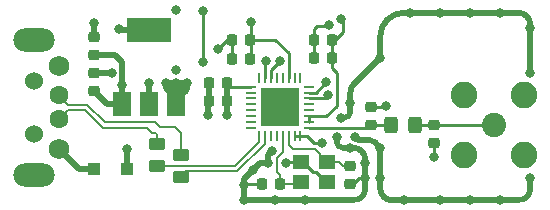
<source format=gbr>
G04 #@! TF.GenerationSoftware,KiCad,Pcbnew,6.0.4+dfsg-1+b1*
G04 #@! TF.CreationDate,2022-05-02T16:53:39-04:00*
G04 #@! TF.ProjectId,PortaNet,506f7274-614e-4657-942e-6b696361645f,4.0*
G04 #@! TF.SameCoordinates,Original*
G04 #@! TF.FileFunction,Copper,L1,Top*
G04 #@! TF.FilePolarity,Positive*
%FSLAX46Y46*%
G04 Gerber Fmt 4.6, Leading zero omitted, Abs format (unit mm)*
G04 Created by KiCad (PCBNEW 6.0.4+dfsg-1+b1) date 2022-05-02 16:53:39*
%MOMM*%
%LPD*%
G01*
G04 APERTURE LIST*
G04 Aperture macros list*
%AMRoundRect*
0 Rectangle with rounded corners*
0 $1 Rounding radius*
0 $2 $3 $4 $5 $6 $7 $8 $9 X,Y pos of 4 corners*
0 Add a 4 corners polygon primitive as box body*
4,1,4,$2,$3,$4,$5,$6,$7,$8,$9,$2,$3,0*
0 Add four circle primitives for the rounded corners*
1,1,$1+$1,$2,$3*
1,1,$1+$1,$4,$5*
1,1,$1+$1,$6,$7*
1,1,$1+$1,$8,$9*
0 Add four rect primitives between the rounded corners*
20,1,$1+$1,$2,$3,$4,$5,0*
20,1,$1+$1,$4,$5,$6,$7,0*
20,1,$1+$1,$6,$7,$8,$9,0*
20,1,$1+$1,$8,$9,$2,$3,0*%
G04 Aperture macros list end*
G04 #@! TA.AperFunction,SMDPad,CuDef*
%ADD10RoundRect,0.250000X0.450000X-0.262500X0.450000X0.262500X-0.450000X0.262500X-0.450000X-0.262500X0*%
G04 #@! TD*
G04 #@! TA.AperFunction,SMDPad,CuDef*
%ADD11RoundRect,0.225000X0.225000X0.250000X-0.225000X0.250000X-0.225000X-0.250000X0.225000X-0.250000X0*%
G04 #@! TD*
G04 #@! TA.AperFunction,ComponentPad*
%ADD12C,2.050000*%
G04 #@! TD*
G04 #@! TA.AperFunction,ComponentPad*
%ADD13C,2.250000*%
G04 #@! TD*
G04 #@! TA.AperFunction,SMDPad,CuDef*
%ADD14RoundRect,0.250000X-0.325000X-0.450000X0.325000X-0.450000X0.325000X0.450000X-0.325000X0.450000X0*%
G04 #@! TD*
G04 #@! TA.AperFunction,WasherPad*
%ADD15C,1.524000*%
G04 #@! TD*
G04 #@! TA.AperFunction,ComponentPad*
%ADD16C,1.750000*%
G04 #@! TD*
G04 #@! TA.AperFunction,ComponentPad*
%ADD17C,1.600000*%
G04 #@! TD*
G04 #@! TA.AperFunction,ComponentPad*
%ADD18O,3.500000X2.000000*%
G04 #@! TD*
G04 #@! TA.AperFunction,SMDPad,CuDef*
%ADD19RoundRect,0.225000X-0.250000X0.225000X-0.250000X-0.225000X0.250000X-0.225000X0.250000X0.225000X0*%
G04 #@! TD*
G04 #@! TA.AperFunction,SMDPad,CuDef*
%ADD20RoundRect,0.062500X0.375000X0.062500X-0.375000X0.062500X-0.375000X-0.062500X0.375000X-0.062500X0*%
G04 #@! TD*
G04 #@! TA.AperFunction,SMDPad,CuDef*
%ADD21RoundRect,0.062500X0.062500X0.375000X-0.062500X0.375000X-0.062500X-0.375000X0.062500X-0.375000X0*%
G04 #@! TD*
G04 #@! TA.AperFunction,ComponentPad*
%ADD22C,0.500000*%
G04 #@! TD*
G04 #@! TA.AperFunction,SMDPad,CuDef*
%ADD23R,3.300000X3.300000*%
G04 #@! TD*
G04 #@! TA.AperFunction,SMDPad,CuDef*
%ADD24RoundRect,0.225000X0.250000X-0.225000X0.250000X0.225000X-0.250000X0.225000X-0.250000X-0.225000X0*%
G04 #@! TD*
G04 #@! TA.AperFunction,SMDPad,CuDef*
%ADD25R,1.500000X2.000000*%
G04 #@! TD*
G04 #@! TA.AperFunction,SMDPad,CuDef*
%ADD26R,3.800000X2.000000*%
G04 #@! TD*
G04 #@! TA.AperFunction,SMDPad,CuDef*
%ADD27R,1.400000X1.200000*%
G04 #@! TD*
G04 #@! TA.AperFunction,SMDPad,CuDef*
%ADD28R,1.100000X1.100000*%
G04 #@! TD*
G04 #@! TA.AperFunction,ViaPad*
%ADD29C,0.800000*%
G04 #@! TD*
G04 #@! TA.AperFunction,Conductor*
%ADD30C,0.200000*%
G04 #@! TD*
G04 #@! TA.AperFunction,Conductor*
%ADD31C,0.500000*%
G04 #@! TD*
G04 #@! TA.AperFunction,Conductor*
%ADD32C,0.250000*%
G04 #@! TD*
G04 APERTURE END LIST*
D10*
X152400000Y-74525500D03*
X152400000Y-76350500D03*
X154432000Y-77239500D03*
X154432000Y-75414500D03*
D11*
X160287000Y-67310000D03*
X158737000Y-67310000D03*
X160287000Y-65659000D03*
X158737000Y-65659000D03*
X167272000Y-67183000D03*
X165722000Y-67183000D03*
X165722000Y-65659000D03*
X167272000Y-65659000D03*
D12*
X180975000Y-72898000D03*
D13*
X183515000Y-75438000D03*
X178435000Y-70358000D03*
X178435000Y-75438000D03*
X183515000Y-70358000D03*
D14*
X174253000Y-72898000D03*
X172203000Y-72898000D03*
D11*
X158382000Y-70866000D03*
X156832000Y-70866000D03*
D15*
X141986000Y-69124000D03*
X141986000Y-73624000D03*
D16*
X144086000Y-74874000D03*
D17*
X144086000Y-72374000D03*
X144086000Y-70374000D03*
D16*
X144086000Y-67874000D03*
D18*
X141986000Y-77074000D03*
X141986000Y-65674000D03*
D19*
X175895000Y-72885000D03*
X175895000Y-74435000D03*
D11*
X158382000Y-69342000D03*
X156832000Y-69342000D03*
D20*
X165251500Y-73124000D03*
X165251500Y-72624000D03*
X165251500Y-72124000D03*
X165251500Y-71624000D03*
X165251500Y-71124000D03*
X165251500Y-70624000D03*
X165251500Y-70124000D03*
X165251500Y-69624000D03*
D21*
X164564000Y-68936500D03*
X164064000Y-68936500D03*
X163564000Y-68936500D03*
X163064000Y-68936500D03*
X162564000Y-68936500D03*
X162064000Y-68936500D03*
X161564000Y-68936500D03*
X161064000Y-68936500D03*
D20*
X160376500Y-69624000D03*
X160376500Y-70124000D03*
X160376500Y-70624000D03*
X160376500Y-71124000D03*
X160376500Y-71624000D03*
X160376500Y-72124000D03*
X160376500Y-72624000D03*
X160376500Y-73124000D03*
D21*
X161064000Y-73811500D03*
X161564000Y-73811500D03*
X162064000Y-73811500D03*
X162564000Y-73811500D03*
X163064000Y-73811500D03*
X163564000Y-73811500D03*
X164064000Y-73811500D03*
X164564000Y-73811500D03*
D22*
X162814000Y-70374000D03*
X163814000Y-72374000D03*
X161814000Y-71374000D03*
X161814000Y-70374000D03*
X162814000Y-71374000D03*
D23*
X162814000Y-71374000D03*
D22*
X163814000Y-70374000D03*
X163814000Y-71374000D03*
X161814000Y-72374000D03*
X162814000Y-72374000D03*
D24*
X147066000Y-68440000D03*
X147066000Y-69990000D03*
D25*
X154065000Y-71095000D03*
D26*
X151765000Y-64795000D03*
D25*
X151765000Y-71095000D03*
X149465000Y-71095000D03*
D24*
X170561000Y-71361000D03*
X170561000Y-72911000D03*
D27*
X164635000Y-77685000D03*
X166835000Y-77685000D03*
X166835000Y-75985000D03*
X164635000Y-75985000D03*
D19*
X168783000Y-76314000D03*
X168783000Y-77864000D03*
D11*
X162827000Y-77851000D03*
X161277000Y-77851000D03*
D24*
X147066000Y-66942000D03*
X147066000Y-65392000D03*
D28*
X149863000Y-76581000D03*
X147063000Y-76581000D03*
D29*
X154940000Y-69342000D03*
X153162000Y-69342000D03*
X149860000Y-74930000D03*
X149479000Y-69469000D03*
X175895000Y-75565000D03*
X171831000Y-71247000D03*
X154051000Y-68199000D03*
X158369000Y-72009000D03*
X156718000Y-72009000D03*
X154051000Y-69342000D03*
X151765000Y-69342000D03*
X148590000Y-68453000D03*
X147066000Y-64262000D03*
X154051000Y-63119000D03*
X149225000Y-64770000D03*
X156337000Y-63246000D03*
X156337000Y-67564000D03*
X157607000Y-66421000D03*
X160401000Y-64135000D03*
X168021000Y-63881000D03*
X167005000Y-64389000D03*
X171323000Y-67183000D03*
X178943000Y-63373000D03*
X176403000Y-63373000D03*
X184023000Y-64643000D03*
X184023000Y-68453000D03*
X184023000Y-77343000D03*
X181483000Y-63373000D03*
X181483000Y-79248000D03*
X178943000Y-79248000D03*
X176403000Y-79248000D03*
X169164000Y-73914000D03*
X161798000Y-76073000D03*
X173355000Y-79248000D03*
X171323000Y-77343000D03*
X171323000Y-74803000D03*
X173863000Y-63373000D03*
X168783000Y-70993000D03*
X168021000Y-72263000D03*
X166370000Y-74422000D03*
X162179000Y-75057000D03*
X160528000Y-76708000D03*
X159766000Y-77978000D03*
X167640000Y-73914000D03*
X168783000Y-74803000D03*
X170053000Y-76073000D03*
X170053000Y-77343000D03*
X164973000Y-79248000D03*
X162433000Y-79248000D03*
X159766000Y-79248000D03*
X163322000Y-76073000D03*
X166878000Y-70358000D03*
X166751000Y-69215000D03*
X162814000Y-67437000D03*
X161671000Y-67437000D03*
D30*
X154432000Y-77239500D02*
X154870999Y-76800501D01*
X154870999Y-76800501D02*
X159229699Y-76800501D01*
X161539001Y-73836499D02*
X161564000Y-73811500D01*
X159043300Y-76350500D02*
X161088999Y-74304801D01*
X159229699Y-76800501D02*
X161539001Y-74491199D01*
X161539001Y-74491199D02*
X161539001Y-73836499D01*
X152400000Y-76350500D02*
X159043300Y-76350500D01*
X161088999Y-74304801D02*
X161088999Y-73836499D01*
X161088999Y-73836499D02*
X161064000Y-73811500D01*
D31*
X154940000Y-69342000D02*
X154940000Y-69850000D01*
X154940000Y-69850000D02*
X154749500Y-70040500D01*
X153162000Y-69723000D02*
X153543000Y-70104000D01*
X153162000Y-69342000D02*
X153162000Y-69723000D01*
X153162000Y-69342000D02*
X153317000Y-69342000D01*
X153317000Y-69342000D02*
X154065000Y-70090000D01*
X153162000Y-69342000D02*
X154051000Y-69342000D01*
X154940000Y-69342000D02*
X154051000Y-69342000D01*
X154940000Y-69342000D02*
X154192000Y-70090000D01*
X154192000Y-70090000D02*
X154065000Y-70090000D01*
X154065000Y-71095000D02*
X154065000Y-70090000D01*
X154065000Y-70090000D02*
X154065000Y-69356000D01*
D32*
X165989000Y-64516000D02*
X166878000Y-64516000D01*
X166878000Y-64516000D02*
X167005000Y-64389000D01*
X167513000Y-65659000D02*
X168148000Y-65024000D01*
X167272000Y-65659000D02*
X167513000Y-65659000D01*
X168148000Y-65024000D02*
X168148000Y-64008000D01*
X168148000Y-64008000D02*
X168021000Y-63881000D01*
X165989000Y-64516000D02*
X165722000Y-64783000D01*
X165722000Y-64783000D02*
X165722000Y-65659000D01*
X166835000Y-77685000D02*
X166712000Y-77685000D01*
X166712000Y-77685000D02*
X165862000Y-76835000D01*
X165862000Y-76835000D02*
X165608000Y-76835000D01*
X165608000Y-76835000D02*
X164758000Y-75985000D01*
X164758000Y-75985000D02*
X164635000Y-75985000D01*
D31*
X170480893Y-74168005D02*
G75*
G02*
X170834447Y-74314447I7J-499995D01*
G01*
X169164000Y-73914000D02*
X169418000Y-74168000D01*
X169418000Y-74168000D02*
X170480893Y-74168000D01*
X170834447Y-74314447D02*
X171323000Y-74803000D01*
D32*
X165251500Y-72624000D02*
X165251500Y-72124000D01*
X166763000Y-72124000D02*
X165251500Y-72124000D01*
D31*
X149479000Y-69469000D02*
X149479000Y-71081000D01*
X149479000Y-71081000D02*
X149465000Y-71095000D01*
X149479000Y-69469000D02*
X149479000Y-67564000D01*
X149479000Y-67564000D02*
X148844000Y-66929000D01*
X149863000Y-76581000D02*
X149863000Y-74933000D01*
X149863000Y-74933000D02*
X149860000Y-74930000D01*
X167640000Y-74303000D02*
G75*
G03*
X168140000Y-74803000I500000J0D01*
G01*
X167640000Y-73914000D02*
X167640000Y-74303000D01*
X168140000Y-74803000D02*
X168783000Y-74803000D01*
D32*
X175895000Y-74435000D02*
X175895000Y-75565000D01*
X170561000Y-71361000D02*
X171717000Y-71361000D01*
X171717000Y-71361000D02*
X171831000Y-71247000D01*
X160376500Y-69624000D02*
X158664000Y-69624000D01*
X158664000Y-69624000D02*
X158382000Y-69342000D01*
D31*
X158382000Y-70866000D02*
X158382000Y-69342000D01*
X158369000Y-72009000D02*
X158369000Y-70879000D01*
X158369000Y-70879000D02*
X158382000Y-70866000D01*
X156832000Y-70866000D02*
X156832000Y-69342000D01*
X156718000Y-72009000D02*
X156718000Y-70980000D01*
X156718000Y-70980000D02*
X156832000Y-70866000D01*
X154065000Y-69356000D02*
X154051000Y-69342000D01*
X151765000Y-71095000D02*
X151765000Y-69342000D01*
X149465000Y-71095000D02*
X148171000Y-71095000D01*
X148171000Y-71095000D02*
X147066000Y-69990000D01*
X148844000Y-66929000D02*
X147079000Y-66929000D01*
X147079000Y-66929000D02*
X147066000Y-66942000D01*
X148590000Y-68453000D02*
X147079000Y-68453000D01*
X147079000Y-68453000D02*
X147066000Y-68440000D01*
X147066000Y-64262000D02*
X147066000Y-65392000D01*
X151765000Y-64795000D02*
X149250000Y-64795000D01*
X149250000Y-64795000D02*
X149225000Y-64770000D01*
D32*
X156337000Y-63246000D02*
X156337000Y-67564000D01*
X158737000Y-65659000D02*
X158369000Y-65659000D01*
X158369000Y-65659000D02*
X157607000Y-66421000D01*
X158737000Y-65659000D02*
X158737000Y-67310000D01*
X163576000Y-68924500D02*
X163576000Y-66802000D01*
X163576000Y-66802000D02*
X162433000Y-65659000D01*
X162433000Y-65659000D02*
X160287000Y-65659000D01*
X167272000Y-67183000D02*
X167272000Y-67196000D01*
X160414000Y-65532000D02*
X160414000Y-67183000D01*
X160414000Y-65532000D02*
X160414000Y-64148000D01*
X160414000Y-64148000D02*
X160401000Y-64135000D01*
X165722000Y-65659000D02*
X165722000Y-67183000D01*
D31*
X171323000Y-65373000D02*
G75*
G02*
X173323000Y-63373000I2000000J0D01*
G01*
X168783010Y-70137214D02*
G75*
G02*
X169075893Y-69430107I999990J14D01*
G01*
X171323000Y-67183000D02*
X171323000Y-65373000D01*
X173323000Y-63373000D02*
X173863000Y-63373000D01*
X168783000Y-70993000D02*
X168783000Y-70137214D01*
X169075893Y-69430107D02*
X171323000Y-67183000D01*
X168283000Y-72263000D02*
G75*
G03*
X168783000Y-71763000I0J500000D01*
G01*
X168783000Y-70993000D02*
X168783000Y-71763000D01*
X168283000Y-72263000D02*
X168021000Y-72263000D01*
X176403000Y-63373000D02*
X173863000Y-63373000D01*
X178943000Y-63373000D02*
X176403000Y-63373000D01*
X181483000Y-63373000D02*
X178943000Y-63373000D01*
X184023000Y-64373000D02*
G75*
G03*
X183023000Y-63373000I-1000000J0D01*
G01*
X184023000Y-64643000D02*
X184023000Y-64373000D01*
X183023000Y-63373000D02*
X181483000Y-63373000D01*
X184023000Y-64643000D02*
X184023000Y-68453000D01*
X183023000Y-79248000D02*
G75*
G03*
X184023000Y-78248000I0J1000000D01*
G01*
X181483000Y-79248000D02*
X183023000Y-79248000D01*
X184023000Y-78248000D02*
X184023000Y-77343000D01*
X178943000Y-79248000D02*
X181483000Y-79248000D01*
X176403000Y-79248000D02*
X178943000Y-79248000D01*
X173355000Y-79248000D02*
X176403000Y-79248000D01*
X172323000Y-79248000D02*
G75*
G02*
X171323000Y-78248000I0J1000000D01*
G01*
X172323000Y-79248000D02*
X173355000Y-79248000D01*
X171323000Y-77343000D02*
X171323000Y-78248000D01*
X171323000Y-74803000D02*
X171323000Y-77343000D01*
D32*
X175895000Y-72885000D02*
X175908000Y-72898000D01*
X175908000Y-72898000D02*
X180975000Y-72898000D01*
X174253000Y-72898000D02*
X175882000Y-72898000D01*
X175882000Y-72898000D02*
X175895000Y-72885000D01*
X170561000Y-72911000D02*
X172190000Y-72911000D01*
X172190000Y-72911000D02*
X172203000Y-72898000D01*
X165251500Y-73124000D02*
X170348000Y-73124000D01*
X170348000Y-73124000D02*
X170561000Y-72911000D01*
D31*
X161798000Y-76073000D02*
X161163000Y-76073000D01*
X161798000Y-75438000D02*
X161798000Y-76073000D01*
X162179000Y-75057000D02*
X161798000Y-75438000D01*
X161163000Y-76073000D02*
X160528000Y-76708000D01*
X169053000Y-79248000D02*
G75*
G03*
X170053000Y-78248000I0J1000000D01*
G01*
X169053000Y-79248000D02*
X167513000Y-79248000D01*
X169053000Y-74803000D02*
G75*
G02*
X170053000Y-75803000I0J-1000000D01*
G01*
X168783000Y-74803000D02*
X169053000Y-74803000D01*
X170053000Y-75803000D02*
X170053000Y-76073000D01*
D32*
X165251500Y-70124000D02*
X165842000Y-70124000D01*
X165842000Y-70124000D02*
X166751000Y-69215000D01*
X165251500Y-70624000D02*
X166612000Y-70624000D01*
X166612000Y-70624000D02*
X166878000Y-70358000D01*
X169024000Y-77864000D02*
X169545000Y-77343000D01*
X168783000Y-77864000D02*
X169024000Y-77864000D01*
X169545000Y-77343000D02*
X170053000Y-77343000D01*
X164564000Y-73811500D02*
X165124500Y-73811500D01*
X165124500Y-73811500D02*
X165735000Y-74422000D01*
X165735000Y-74422000D02*
X166370000Y-74422000D01*
X164064000Y-73811500D02*
X164564000Y-73811500D01*
X161277000Y-77851000D02*
X159893000Y-77851000D01*
X159893000Y-77851000D02*
X159766000Y-77978000D01*
X163576000Y-68924500D02*
X163564000Y-68936500D01*
X161564000Y-68936500D02*
X161564000Y-67544000D01*
X161564000Y-67544000D02*
X161671000Y-67437000D01*
X162814000Y-67437000D02*
X162814000Y-67445614D01*
X162814000Y-67445614D02*
X162064000Y-68195614D01*
X162064000Y-68195614D02*
X162064000Y-68936500D01*
X167272000Y-65659000D02*
X167272000Y-67183000D01*
X166763000Y-72124000D02*
X167640000Y-71247000D01*
X167259000Y-68072000D02*
X167259000Y-67196000D01*
X167640000Y-71247000D02*
X167640000Y-68453000D01*
X167640000Y-68453000D02*
X167259000Y-68072000D01*
X167259000Y-67196000D02*
X167272000Y-67183000D01*
D31*
X170053000Y-77343000D02*
X170053000Y-76073000D01*
X170053000Y-78248000D02*
X170053000Y-77343000D01*
X166243000Y-79248000D02*
X167513000Y-79248000D01*
X164973000Y-79248000D02*
X166243000Y-79248000D01*
X163703000Y-79248000D02*
X164973000Y-79248000D01*
X162433000Y-79248000D02*
X163703000Y-79248000D01*
X161163000Y-79248000D02*
X162433000Y-79248000D01*
X159766000Y-79248000D02*
X161163000Y-79248000D01*
X159766000Y-77978000D02*
X159766000Y-79248000D01*
X160528000Y-76708000D02*
X159766000Y-77470000D01*
X159766000Y-77470000D02*
X159766000Y-77978000D01*
D30*
X162560000Y-75692000D02*
X163068000Y-75184000D01*
X162560000Y-76835000D02*
X162560000Y-75692000D01*
X162827000Y-77851000D02*
X162827000Y-77102000D01*
X162827000Y-77102000D02*
X162560000Y-76835000D01*
X163068000Y-75184000D02*
X163068000Y-73815500D01*
X163068000Y-73815500D02*
X163064000Y-73811500D01*
D32*
X164635000Y-75985000D02*
X163410000Y-75985000D01*
X163410000Y-75985000D02*
X163322000Y-76073000D01*
D30*
X162827000Y-77851000D02*
X164469000Y-77851000D01*
X164469000Y-77851000D02*
X164635000Y-77685000D01*
X168783000Y-76314000D02*
X168135000Y-76314000D01*
X168135000Y-76314000D02*
X167806000Y-75985000D01*
X167806000Y-75985000D02*
X166835000Y-75985000D01*
X163564000Y-73811500D02*
X163564000Y-74537000D01*
X163564000Y-74537000D02*
X163957000Y-74930000D01*
X163957000Y-74930000D02*
X165780000Y-74930000D01*
X165780000Y-74930000D02*
X166835000Y-75985000D01*
X164435978Y-77685000D02*
X164635000Y-77685000D01*
D31*
X144086000Y-74874000D02*
X145793000Y-76581000D01*
X145793000Y-76581000D02*
X147063000Y-76581000D01*
D30*
X152654000Y-73025000D02*
X152277511Y-72648511D01*
X152277511Y-72648511D02*
X147999728Y-72648511D01*
X147999728Y-72648511D02*
X146500216Y-71148999D01*
X146500216Y-71148999D02*
X144860999Y-71148999D01*
X144860999Y-71148999D02*
X144086000Y-70374000D01*
X144860999Y-71599001D02*
X144086000Y-72374000D01*
X152400000Y-74525500D02*
X152400000Y-73660000D01*
X152400000Y-73660000D02*
X152273000Y-73533000D01*
X152273000Y-73533000D02*
X152019000Y-73533000D01*
X152019000Y-73533000D02*
X151584502Y-73098502D01*
X147813336Y-73098502D02*
X146313835Y-71599001D01*
X151584502Y-73098502D02*
X147813336Y-73098502D01*
X146313835Y-71599001D02*
X144860999Y-71599001D01*
X154432000Y-75414500D02*
X154432000Y-73533000D01*
X153924000Y-73025000D02*
X152654000Y-73025000D01*
X154432000Y-73533000D02*
X153924000Y-73025000D01*
M02*

</source>
